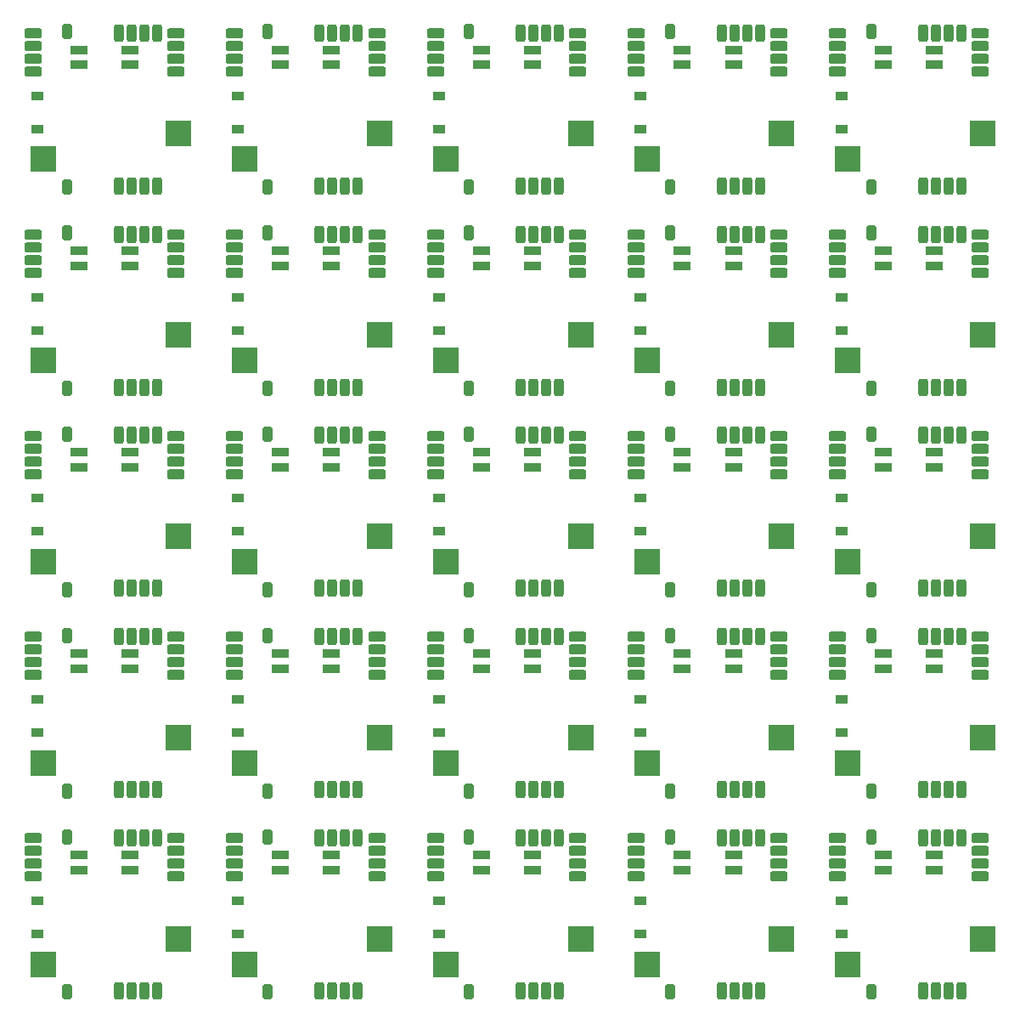
<source format=gbp>
G04 #@! TF.GenerationSoftware,KiCad,Pcbnew,(6.0.4-0)*
G04 #@! TF.CreationDate,2022-05-03T13:04:23-07:00*
G04 #@! TF.ProjectId,amoeba-king,616d6f65-6261-42d6-9b69-6e672e6b6963,rev?*
G04 #@! TF.SameCoordinates,Original*
G04 #@! TF.FileFunction,Paste,Bot*
G04 #@! TF.FilePolarity,Positive*
%FSLAX46Y46*%
G04 Gerber Fmt 4.6, Leading zero omitted, Abs format (unit mm)*
G04 Created by KiCad (PCBNEW (6.0.4-0)) date 2022-05-03 13:04:23*
%MOMM*%
%LPD*%
G01*
G04 APERTURE LIST*
G04 Aperture macros list*
%AMRoundRect*
0 Rectangle with rounded corners*
0 $1 Rounding radius*
0 $2 $3 $4 $5 $6 $7 $8 $9 X,Y pos of 4 corners*
0 Add a 4 corners polygon primitive as box body*
4,1,4,$2,$3,$4,$5,$6,$7,$8,$9,$2,$3,0*
0 Add four circle primitives for the rounded corners*
1,1,$1+$1,$2,$3*
1,1,$1+$1,$4,$5*
1,1,$1+$1,$6,$7*
1,1,$1+$1,$8,$9*
0 Add four rect primitives between the rounded corners*
20,1,$1+$1,$2,$3,$4,$5,0*
20,1,$1+$1,$4,$5,$6,$7,0*
20,1,$1+$1,$6,$7,$8,$9,0*
20,1,$1+$1,$8,$9,$2,$3,0*%
G04 Aperture macros list end*
%ADD10R,2.550000X2.500000*%
%ADD11RoundRect,0.250000X-0.250000X0.625000X-0.250000X-0.625000X0.250000X-0.625000X0.250000X0.625000X0*%
%ADD12RoundRect,0.250000X-0.625000X-0.250000X0.625000X-0.250000X0.625000X0.250000X-0.625000X0.250000X0*%
%ADD13RoundRect,0.250000X0.250000X-0.500000X0.250000X0.500000X-0.250000X0.500000X-0.250000X-0.500000X0*%
%ADD14RoundRect,0.250000X-0.250000X0.500000X-0.250000X-0.500000X0.250000X-0.500000X0.250000X0.500000X0*%
%ADD15R,1.200000X0.900000*%
%ADD16R,1.800000X0.820000*%
G04 APERTURE END LIST*
D10*
X82798000Y-171196000D03*
X69348000Y-173736000D03*
D11*
X76835000Y-161157000D03*
X78105000Y-161157000D03*
X79375000Y-161157000D03*
X80645000Y-161157000D03*
D12*
X68320000Y-164973000D03*
X68320000Y-163703000D03*
X68320000Y-162433000D03*
X68320000Y-161163000D03*
D13*
X71678800Y-176508600D03*
D14*
X71678800Y-161032000D03*
D12*
X82530600Y-164973000D03*
X82530600Y-163703000D03*
X82530600Y-162433000D03*
X82530600Y-161163000D03*
D15*
X68719700Y-167411400D03*
X68719700Y-170711400D03*
D11*
X76835000Y-176383600D03*
X78105000Y-176383600D03*
X79375000Y-176383600D03*
X80645000Y-176383600D03*
D16*
X72888000Y-162826000D03*
X72888000Y-164326000D03*
X77988000Y-164326000D03*
X77988000Y-162826000D03*
D15*
X128869700Y-187461400D03*
X128869700Y-190761400D03*
D12*
X122630600Y-164973000D03*
X122630600Y-163703000D03*
X122630600Y-162433000D03*
X122630600Y-161163000D03*
X162730600Y-225123000D03*
X162730600Y-223853000D03*
X162730600Y-222583000D03*
X162730600Y-221313000D03*
D15*
X88769700Y-167411400D03*
X88769700Y-170711400D03*
D13*
X111778800Y-216608600D03*
D14*
X91728800Y-241232000D03*
D16*
X133038000Y-162826000D03*
X133038000Y-164326000D03*
X138138000Y-164326000D03*
X138138000Y-162826000D03*
D15*
X88769700Y-227561400D03*
X88769700Y-230861400D03*
D11*
X96885000Y-236533600D03*
X98155000Y-236533600D03*
X99425000Y-236533600D03*
X100695000Y-236533600D03*
D10*
X102848000Y-251396000D03*
X89398000Y-253936000D03*
D13*
X151878800Y-176508600D03*
D11*
X96885000Y-181207000D03*
X98155000Y-181207000D03*
X99425000Y-181207000D03*
X100695000Y-181207000D03*
D13*
X131828800Y-216608600D03*
X151878800Y-196558600D03*
D12*
X82530600Y-245173000D03*
X82530600Y-243903000D03*
X82530600Y-242633000D03*
X82530600Y-241363000D03*
D10*
X162998000Y-211296000D03*
X149548000Y-213836000D03*
D14*
X131828800Y-201132000D03*
D13*
X151878800Y-256708600D03*
D16*
X92938000Y-202926000D03*
X92938000Y-204426000D03*
X98038000Y-204426000D03*
X98038000Y-202926000D03*
D15*
X128869700Y-167411400D03*
X128869700Y-170711400D03*
X128869700Y-227561400D03*
X128869700Y-230861400D03*
D12*
X128470000Y-185023000D03*
X128470000Y-183753000D03*
X128470000Y-182483000D03*
X128470000Y-181213000D03*
D16*
X112988000Y-222976000D03*
X112988000Y-224476000D03*
X118088000Y-224476000D03*
X118088000Y-222976000D03*
D12*
X88370000Y-185023000D03*
X88370000Y-183753000D03*
X88370000Y-182483000D03*
X88370000Y-181213000D03*
D11*
X76835000Y-181207000D03*
X78105000Y-181207000D03*
X79375000Y-181207000D03*
X80645000Y-181207000D03*
D10*
X102848000Y-211296000D03*
X89398000Y-213836000D03*
D12*
X102580600Y-225123000D03*
X102580600Y-223853000D03*
X102580600Y-222583000D03*
X102580600Y-221313000D03*
D14*
X111778800Y-161032000D03*
X111778800Y-241232000D03*
D12*
X148520000Y-225123000D03*
X148520000Y-223853000D03*
X148520000Y-222583000D03*
X148520000Y-221313000D03*
D11*
X116935000Y-236533600D03*
X118205000Y-236533600D03*
X119475000Y-236533600D03*
X120745000Y-236533600D03*
D14*
X71678800Y-181082000D03*
D12*
X148520000Y-245173000D03*
X148520000Y-243903000D03*
X148520000Y-242633000D03*
X148520000Y-241363000D03*
X148520000Y-205073000D03*
X148520000Y-203803000D03*
X148520000Y-202533000D03*
X148520000Y-201263000D03*
D13*
X91728800Y-236658600D03*
D12*
X68320000Y-185023000D03*
X68320000Y-183753000D03*
X68320000Y-182483000D03*
X68320000Y-181213000D03*
D11*
X76835000Y-256583600D03*
X78105000Y-256583600D03*
X79375000Y-256583600D03*
X80645000Y-256583600D03*
X116935000Y-201257000D03*
X118205000Y-201257000D03*
X119475000Y-201257000D03*
X120745000Y-201257000D03*
X157035000Y-161157000D03*
X158305000Y-161157000D03*
X159575000Y-161157000D03*
X160845000Y-161157000D03*
D14*
X71678800Y-221182000D03*
X151878800Y-161032000D03*
D12*
X162730600Y-164973000D03*
X162730600Y-163703000D03*
X162730600Y-162433000D03*
X162730600Y-161163000D03*
D10*
X122898000Y-231346000D03*
X109448000Y-233886000D03*
D14*
X111778800Y-201132000D03*
X131828800Y-221182000D03*
D10*
X142948000Y-191246000D03*
X129498000Y-193786000D03*
D11*
X96885000Y-176383600D03*
X98155000Y-176383600D03*
X99425000Y-176383600D03*
X100695000Y-176383600D03*
D14*
X71678800Y-201132000D03*
D11*
X157035000Y-221307000D03*
X158305000Y-221307000D03*
X159575000Y-221307000D03*
X160845000Y-221307000D03*
D10*
X162998000Y-191246000D03*
X149548000Y-193786000D03*
D11*
X96885000Y-241357000D03*
X98155000Y-241357000D03*
X99425000Y-241357000D03*
X100695000Y-241357000D03*
D15*
X148919700Y-227561400D03*
X148919700Y-230861400D03*
D11*
X96885000Y-201257000D03*
X98155000Y-201257000D03*
X99425000Y-201257000D03*
X100695000Y-201257000D03*
X76835000Y-221307000D03*
X78105000Y-221307000D03*
X79375000Y-221307000D03*
X80645000Y-221307000D03*
D10*
X82798000Y-191246000D03*
X69348000Y-193786000D03*
D11*
X157035000Y-216483600D03*
X158305000Y-216483600D03*
X159575000Y-216483600D03*
X160845000Y-216483600D03*
D10*
X82798000Y-231346000D03*
X69348000Y-233886000D03*
D11*
X136985000Y-176383600D03*
X138255000Y-176383600D03*
X139525000Y-176383600D03*
X140795000Y-176383600D03*
D12*
X108420000Y-164973000D03*
X108420000Y-163703000D03*
X108420000Y-162433000D03*
X108420000Y-161163000D03*
D16*
X112988000Y-202926000D03*
X112988000Y-204426000D03*
X118088000Y-204426000D03*
X118088000Y-202926000D03*
D11*
X136985000Y-216483600D03*
X138255000Y-216483600D03*
X139525000Y-216483600D03*
X140795000Y-216483600D03*
D12*
X68320000Y-225123000D03*
X68320000Y-223853000D03*
X68320000Y-222583000D03*
X68320000Y-221313000D03*
D14*
X91728800Y-161032000D03*
D10*
X142948000Y-251396000D03*
X129498000Y-253936000D03*
D12*
X142680600Y-164973000D03*
X142680600Y-163703000D03*
X142680600Y-162433000D03*
X142680600Y-161163000D03*
D16*
X133038000Y-222976000D03*
X133038000Y-224476000D03*
X138138000Y-224476000D03*
X138138000Y-222976000D03*
D13*
X111778800Y-176508600D03*
D11*
X116935000Y-161157000D03*
X118205000Y-161157000D03*
X119475000Y-161157000D03*
X120745000Y-161157000D03*
D12*
X68320000Y-245173000D03*
X68320000Y-243903000D03*
X68320000Y-242633000D03*
X68320000Y-241363000D03*
X142680600Y-245173000D03*
X142680600Y-243903000D03*
X142680600Y-242633000D03*
X142680600Y-241363000D03*
D15*
X68719700Y-227561400D03*
X68719700Y-230861400D03*
D12*
X122630600Y-245173000D03*
X122630600Y-243903000D03*
X122630600Y-242633000D03*
X122630600Y-241363000D03*
D15*
X148919700Y-167411400D03*
X148919700Y-170711400D03*
D12*
X142680600Y-205073000D03*
X142680600Y-203803000D03*
X142680600Y-202533000D03*
X142680600Y-201263000D03*
X148520000Y-164973000D03*
X148520000Y-163703000D03*
X148520000Y-162433000D03*
X148520000Y-161163000D03*
D16*
X92938000Y-222976000D03*
X92938000Y-224476000D03*
X98038000Y-224476000D03*
X98038000Y-222976000D03*
D12*
X102580600Y-245173000D03*
X102580600Y-243903000D03*
X102580600Y-242633000D03*
X102580600Y-241363000D03*
D16*
X92938000Y-182876000D03*
X92938000Y-184376000D03*
X98038000Y-184376000D03*
X98038000Y-182876000D03*
D14*
X131828800Y-181082000D03*
D10*
X82798000Y-251396000D03*
X69348000Y-253936000D03*
D11*
X116935000Y-241357000D03*
X118205000Y-241357000D03*
X119475000Y-241357000D03*
X120745000Y-241357000D03*
D15*
X88769700Y-207511400D03*
X88769700Y-210811400D03*
X108819700Y-167411400D03*
X108819700Y-170711400D03*
D13*
X131828800Y-236658600D03*
D10*
X122898000Y-191246000D03*
X109448000Y-193786000D03*
D11*
X157035000Y-236533600D03*
X158305000Y-236533600D03*
X159575000Y-236533600D03*
X160845000Y-236533600D03*
D12*
X122630600Y-185023000D03*
X122630600Y-183753000D03*
X122630600Y-182483000D03*
X122630600Y-181213000D03*
X108420000Y-225123000D03*
X108420000Y-223853000D03*
X108420000Y-222583000D03*
X108420000Y-221313000D03*
D16*
X153088000Y-162826000D03*
X153088000Y-164326000D03*
X158188000Y-164326000D03*
X158188000Y-162826000D03*
D10*
X162998000Y-171196000D03*
X149548000Y-173736000D03*
D15*
X148919700Y-207511400D03*
X148919700Y-210811400D03*
D16*
X72888000Y-243026000D03*
X72888000Y-244526000D03*
X77988000Y-244526000D03*
X77988000Y-243026000D03*
X92938000Y-243026000D03*
X92938000Y-244526000D03*
X98038000Y-244526000D03*
X98038000Y-243026000D03*
D11*
X157035000Y-181207000D03*
X158305000Y-181207000D03*
X159575000Y-181207000D03*
X160845000Y-181207000D03*
D13*
X91728800Y-216608600D03*
D10*
X102848000Y-171196000D03*
X89398000Y-173736000D03*
D12*
X88370000Y-205073000D03*
X88370000Y-203803000D03*
X88370000Y-202533000D03*
X88370000Y-201263000D03*
D13*
X151878800Y-236658600D03*
D15*
X148919700Y-247611400D03*
X148919700Y-250911400D03*
D13*
X131828800Y-196558600D03*
D10*
X142948000Y-211296000D03*
X129498000Y-213836000D03*
D15*
X128869700Y-247611400D03*
X128869700Y-250911400D03*
D10*
X142948000Y-231346000D03*
X129498000Y-233886000D03*
D12*
X102580600Y-185023000D03*
X102580600Y-183753000D03*
X102580600Y-182483000D03*
X102580600Y-181213000D03*
X68320000Y-205073000D03*
X68320000Y-203803000D03*
X68320000Y-202533000D03*
X68320000Y-201263000D03*
D14*
X151878800Y-201132000D03*
D12*
X128470000Y-225123000D03*
X128470000Y-223853000D03*
X128470000Y-222583000D03*
X128470000Y-221313000D03*
X102580600Y-164973000D03*
X102580600Y-163703000D03*
X102580600Y-162433000D03*
X102580600Y-161163000D03*
D13*
X91728800Y-256708600D03*
D14*
X151878800Y-221182000D03*
D11*
X96885000Y-196433600D03*
X98155000Y-196433600D03*
X99425000Y-196433600D03*
X100695000Y-196433600D03*
D15*
X88769700Y-247611400D03*
X88769700Y-250911400D03*
D16*
X72888000Y-182876000D03*
X72888000Y-184376000D03*
X77988000Y-184376000D03*
X77988000Y-182876000D03*
D10*
X122898000Y-251396000D03*
X109448000Y-253936000D03*
D16*
X153088000Y-202926000D03*
X153088000Y-204426000D03*
X158188000Y-204426000D03*
X158188000Y-202926000D03*
D11*
X76835000Y-236533600D03*
X78105000Y-236533600D03*
X79375000Y-236533600D03*
X80645000Y-236533600D03*
D12*
X82530600Y-185023000D03*
X82530600Y-183753000D03*
X82530600Y-182483000D03*
X82530600Y-181213000D03*
X108420000Y-185023000D03*
X108420000Y-183753000D03*
X108420000Y-182483000D03*
X108420000Y-181213000D03*
X108420000Y-245173000D03*
X108420000Y-243903000D03*
X108420000Y-242633000D03*
X108420000Y-241363000D03*
D13*
X71678800Y-216608600D03*
D11*
X136985000Y-196433600D03*
X138255000Y-196433600D03*
X139525000Y-196433600D03*
X140795000Y-196433600D03*
D13*
X71678800Y-236658600D03*
D10*
X122898000Y-171196000D03*
X109448000Y-173736000D03*
D13*
X111778800Y-196558600D03*
D11*
X96885000Y-221307000D03*
X98155000Y-221307000D03*
X99425000Y-221307000D03*
X100695000Y-221307000D03*
D12*
X122630600Y-225123000D03*
X122630600Y-223853000D03*
X122630600Y-222583000D03*
X122630600Y-221313000D03*
X162730600Y-245173000D03*
X162730600Y-243903000D03*
X162730600Y-242633000D03*
X162730600Y-241363000D03*
D11*
X157035000Y-196433600D03*
X158305000Y-196433600D03*
X159575000Y-196433600D03*
X160845000Y-196433600D03*
D13*
X71678800Y-256708600D03*
D16*
X133038000Y-243026000D03*
X133038000Y-244526000D03*
X138138000Y-244526000D03*
X138138000Y-243026000D03*
D15*
X108819700Y-187461400D03*
X108819700Y-190761400D03*
D14*
X151878800Y-181082000D03*
D11*
X136985000Y-161157000D03*
X138255000Y-161157000D03*
X139525000Y-161157000D03*
X140795000Y-161157000D03*
D15*
X108819700Y-227561400D03*
X108819700Y-230861400D03*
D13*
X71678800Y-196558600D03*
D12*
X128470000Y-245173000D03*
X128470000Y-243903000D03*
X128470000Y-242633000D03*
X128470000Y-241363000D03*
X102580600Y-205073000D03*
X102580600Y-203803000D03*
X102580600Y-202533000D03*
X102580600Y-201263000D03*
X82530600Y-205073000D03*
X82530600Y-203803000D03*
X82530600Y-202533000D03*
X82530600Y-201263000D03*
D11*
X157035000Y-176383600D03*
X158305000Y-176383600D03*
X159575000Y-176383600D03*
X160845000Y-176383600D03*
D16*
X72888000Y-222976000D03*
X72888000Y-224476000D03*
X77988000Y-224476000D03*
X77988000Y-222976000D03*
D11*
X157035000Y-201257000D03*
X158305000Y-201257000D03*
X159575000Y-201257000D03*
X160845000Y-201257000D03*
D12*
X162730600Y-205073000D03*
X162730600Y-203803000D03*
X162730600Y-202533000D03*
X162730600Y-201263000D03*
D11*
X136985000Y-221307000D03*
X138255000Y-221307000D03*
X139525000Y-221307000D03*
X140795000Y-221307000D03*
D12*
X108420000Y-205073000D03*
X108420000Y-203803000D03*
X108420000Y-202533000D03*
X108420000Y-201263000D03*
X88370000Y-164973000D03*
X88370000Y-163703000D03*
X88370000Y-162433000D03*
X88370000Y-161163000D03*
X128470000Y-164973000D03*
X128470000Y-163703000D03*
X128470000Y-162433000D03*
X128470000Y-161163000D03*
D13*
X151878800Y-216608600D03*
D16*
X153088000Y-222976000D03*
X153088000Y-224476000D03*
X158188000Y-224476000D03*
X158188000Y-222976000D03*
D11*
X136985000Y-181207000D03*
X138255000Y-181207000D03*
X139525000Y-181207000D03*
X140795000Y-181207000D03*
D12*
X82530600Y-225123000D03*
X82530600Y-223853000D03*
X82530600Y-222583000D03*
X82530600Y-221313000D03*
D16*
X112988000Y-243026000D03*
X112988000Y-244526000D03*
X118088000Y-244526000D03*
X118088000Y-243026000D03*
D10*
X162998000Y-251396000D03*
X149548000Y-253936000D03*
D12*
X148520000Y-185023000D03*
X148520000Y-183753000D03*
X148520000Y-182483000D03*
X148520000Y-181213000D03*
D13*
X131828800Y-176508600D03*
X91728800Y-196558600D03*
D12*
X88370000Y-225123000D03*
X88370000Y-223853000D03*
X88370000Y-222583000D03*
X88370000Y-221313000D03*
D16*
X153088000Y-182876000D03*
X153088000Y-184376000D03*
X158188000Y-184376000D03*
X158188000Y-182876000D03*
D15*
X68719700Y-207511400D03*
X68719700Y-210811400D03*
X148919700Y-187461400D03*
X148919700Y-190761400D03*
D11*
X136985000Y-201257000D03*
X138255000Y-201257000D03*
X139525000Y-201257000D03*
X140795000Y-201257000D03*
D10*
X142948000Y-171196000D03*
X129498000Y-173736000D03*
X122898000Y-211296000D03*
X109448000Y-213836000D03*
D14*
X131828800Y-241232000D03*
D11*
X116935000Y-256583600D03*
X118205000Y-256583600D03*
X119475000Y-256583600D03*
X120745000Y-256583600D03*
X157035000Y-256583600D03*
X158305000Y-256583600D03*
X159575000Y-256583600D03*
X160845000Y-256583600D03*
X136985000Y-241357000D03*
X138255000Y-241357000D03*
X139525000Y-241357000D03*
X140795000Y-241357000D03*
D15*
X128869700Y-207511400D03*
X128869700Y-210811400D03*
D11*
X76835000Y-196433600D03*
X78105000Y-196433600D03*
X79375000Y-196433600D03*
X80645000Y-196433600D03*
D15*
X68719700Y-247611400D03*
X68719700Y-250911400D03*
D14*
X151878800Y-241232000D03*
D11*
X116935000Y-216483600D03*
X118205000Y-216483600D03*
X119475000Y-216483600D03*
X120745000Y-216483600D03*
D12*
X142680600Y-185023000D03*
X142680600Y-183753000D03*
X142680600Y-182483000D03*
X142680600Y-181213000D03*
D14*
X91728800Y-181082000D03*
D16*
X72888000Y-202926000D03*
X72888000Y-204426000D03*
X77988000Y-204426000D03*
X77988000Y-202926000D03*
D10*
X102848000Y-191246000D03*
X89398000Y-193786000D03*
D11*
X96885000Y-216483600D03*
X98155000Y-216483600D03*
X99425000Y-216483600D03*
X100695000Y-216483600D03*
X76835000Y-241357000D03*
X78105000Y-241357000D03*
X79375000Y-241357000D03*
X80645000Y-241357000D03*
X136985000Y-256583600D03*
X138255000Y-256583600D03*
X139525000Y-256583600D03*
X140795000Y-256583600D03*
D14*
X111778800Y-181082000D03*
D16*
X92938000Y-162826000D03*
X92938000Y-164326000D03*
X98038000Y-164326000D03*
X98038000Y-162826000D03*
D15*
X108819700Y-247611400D03*
X108819700Y-250911400D03*
D10*
X162998000Y-231346000D03*
X149548000Y-233886000D03*
D14*
X91728800Y-221182000D03*
D13*
X131828800Y-256708600D03*
D12*
X122630600Y-205073000D03*
X122630600Y-203803000D03*
X122630600Y-202533000D03*
X122630600Y-201263000D03*
D16*
X153088000Y-243026000D03*
X153088000Y-244526000D03*
X158188000Y-244526000D03*
X158188000Y-243026000D03*
D14*
X91728800Y-201132000D03*
X111778800Y-221182000D03*
X131828800Y-161032000D03*
D13*
X91728800Y-176508600D03*
D11*
X96885000Y-161157000D03*
X98155000Y-161157000D03*
X99425000Y-161157000D03*
X100695000Y-161157000D03*
X116935000Y-181207000D03*
X118205000Y-181207000D03*
X119475000Y-181207000D03*
X120745000Y-181207000D03*
D13*
X111778800Y-236658600D03*
D12*
X88370000Y-245173000D03*
X88370000Y-243903000D03*
X88370000Y-242633000D03*
X88370000Y-241363000D03*
D11*
X76835000Y-201257000D03*
X78105000Y-201257000D03*
X79375000Y-201257000D03*
X80645000Y-201257000D03*
X157035000Y-241357000D03*
X158305000Y-241357000D03*
X159575000Y-241357000D03*
X160845000Y-241357000D03*
D10*
X102848000Y-231346000D03*
X89398000Y-233886000D03*
D14*
X71678800Y-241232000D03*
D16*
X133038000Y-182876000D03*
X133038000Y-184376000D03*
X138138000Y-184376000D03*
X138138000Y-182876000D03*
D13*
X111778800Y-256708600D03*
D15*
X68719700Y-187461400D03*
X68719700Y-190761400D03*
D12*
X142680600Y-225123000D03*
X142680600Y-223853000D03*
X142680600Y-222583000D03*
X142680600Y-221313000D03*
D11*
X116935000Y-221307000D03*
X118205000Y-221307000D03*
X119475000Y-221307000D03*
X120745000Y-221307000D03*
D15*
X88769700Y-187461400D03*
X88769700Y-190761400D03*
X108819700Y-207511400D03*
X108819700Y-210811400D03*
D11*
X76835000Y-216483600D03*
X78105000Y-216483600D03*
X79375000Y-216483600D03*
X80645000Y-216483600D03*
D16*
X112988000Y-182876000D03*
X112988000Y-184376000D03*
X118088000Y-184376000D03*
X118088000Y-182876000D03*
X133038000Y-202926000D03*
X133038000Y-204426000D03*
X138138000Y-204426000D03*
X138138000Y-202926000D03*
D11*
X116935000Y-196433600D03*
X118205000Y-196433600D03*
X119475000Y-196433600D03*
X120745000Y-196433600D03*
D10*
X82798000Y-211296000D03*
X69348000Y-213836000D03*
D11*
X136985000Y-236533600D03*
X138255000Y-236533600D03*
X139525000Y-236533600D03*
X140795000Y-236533600D03*
D16*
X112988000Y-162826000D03*
X112988000Y-164326000D03*
X118088000Y-164326000D03*
X118088000Y-162826000D03*
D12*
X128470000Y-205073000D03*
X128470000Y-203803000D03*
X128470000Y-202533000D03*
X128470000Y-201263000D03*
X162730600Y-185023000D03*
X162730600Y-183753000D03*
X162730600Y-182483000D03*
X162730600Y-181213000D03*
D11*
X116935000Y-176383600D03*
X118205000Y-176383600D03*
X119475000Y-176383600D03*
X120745000Y-176383600D03*
X96885000Y-256583600D03*
X98155000Y-256583600D03*
X99425000Y-256583600D03*
X100695000Y-256583600D03*
M02*

</source>
